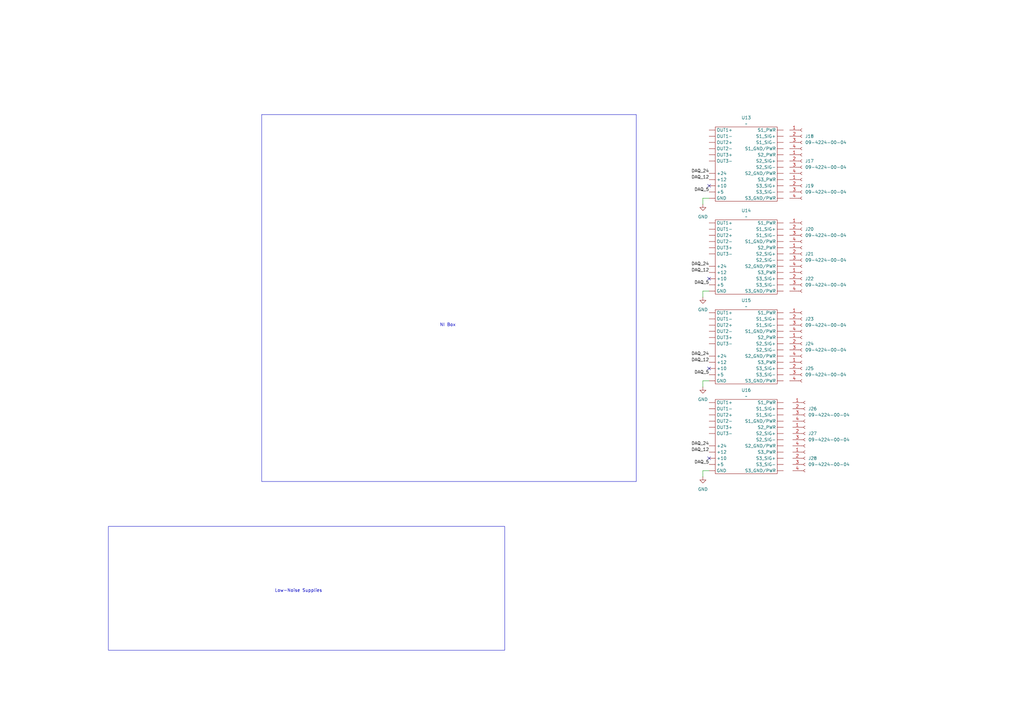
<source format=kicad_sch>
(kicad_sch (version 20231120) (generator "eeschema") (generator_version "8.0")
  (paper "A3")
  (lib_symbols
    (symbol "Connector:Conn_01x04_Socket" (pin_names (offset 1.016) hide)
      (property "Reference" "J" (at 0 5.08 0))
      (property "Value" "Conn_01x04_Socket" (at 0 -7.62 0))
      (symbol "Conn_01x04_Socket_1_1"
        (arc (start 0 -4.572) (mid -0.5058 -5.08) (end 0 -5.588) (stroke (width 0.1524)))
        (arc (start 0 -2.032) (mid -0.5058 -2.54) (end 0 -3.048) (stroke (width 0.1524)))
        (polyline (pts (xy -1.27 -5.08) (xy -0.508 -5.08)) (stroke (width 0.1524)))
        (polyline (pts (xy -1.27 -2.54) (xy -0.508 -2.54)) (stroke (width 0.1524)))
        (polyline (pts (xy -1.27 0) (xy -0.508 0)) (stroke (width 0.1524)))
        (polyline (pts (xy -1.27 2.54) (xy -0.508 2.54)) (stroke (width 0.1524)))
        (arc (start 0 0.508) (mid -0.5058 0) (end 0 -0.508) (stroke (width 0.1524)))
        (arc (start 0 3.048) (mid -0.5058 2.54) (end 0 2.032) (stroke (width 0.1524)))
        (pin passive line (at -5.08 2.54 0) (length 3.81) (name "Pin_1") (number "1"))
        (pin passive line (at -5.08 0 0) (length 3.81) (name "Pin_2") (number "2"))
        (pin passive line (at -5.08 -2.54 0) (length 3.81) (name "Pin_3") (number "3"))
        (pin passive line (at -5.08 -5.08 0) (length 3.81) (name "Pin_4") (number "4"))
      )
    )
    (symbol "automedon:patch_panel"
      (property "Reference" "U" (at 0 0 0))
      (symbol "patch_panel_0_1"
        (rectangle (start -12.7 -2.54) (end 12.7 -33.02))
      )
      (symbol "patch_panel_1_1"
        (pin power_out line (at -15.24 -26.67 0) (length 2.54) (name "+10") (number ""))
        (pin power_out line (at -15.24 -24.13 0) (length 2.54) (name "+12") (number ""))
        (pin power_out line (at -15.24 -21.59 0) (length 2.54) (name "+24") (number ""))
        (pin power_out line (at -15.24 -29.21 0) (length 2.54) (name "+5") (number ""))
        (pin power_out line (at -15.24 -31.75 0) (length 2.54) (name "GND") (number ""))
        (pin power_out line (at -15.24 -3.81 0) (length 2.54) (name "OUT1+") (number ""))
        (pin power_out line (at -15.24 -6.35 0) (length 2.54) (name "OUT1-") (number ""))
        (pin power_out line (at -15.24 -8.89 0) (length 2.54) (name "OUT2+") (number ""))
        (pin power_out line (at -15.24 -11.43 0) (length 2.54) (name "OUT2-") (number ""))
        (pin power_out line (at -15.24 -13.97 0) (length 2.54) (name "OUT3+") (number ""))
        (pin power_out line (at -15.24 -16.51 0) (length 2.54) (name "OUT3-") (number ""))
        (pin power_out line (at 15.24 -11.43 180) (length 2.54) (name "S1_GND/PWR") (number ""))
        (pin power_out line (at 15.24 -3.81 180) (length 2.54) (name "S1_PWR") (number ""))
        (pin power_out line (at 15.24 -6.35 180) (length 2.54) (name "S1_SIG+") (number ""))
        (pin power_out line (at 15.24 -8.89 180) (length 2.54) (name "S1_SIG-") (number ""))
        (pin power_out line (at 15.24 -21.59 180) (length 2.54) (name "S2_GND/PWR") (number ""))
        (pin power_out line (at 15.24 -13.97 180) (length 2.54) (name "S2_PWR") (number ""))
        (pin power_out line (at 15.24 -16.51 180) (length 2.54) (name "S2_SIG+") (number ""))
        (pin power_out line (at 15.24 -19.05 180) (length 2.54) (name "S2_SIG-") (number ""))
        (pin power_out line (at 15.24 -31.75 180) (length 2.54) (name "S3_GND/PWR") (number ""))
        (pin power_out line (at 15.24 -24.13 180) (length 2.54) (name "S3_PWR") (number ""))
        (pin power_out line (at 15.24 -26.67 180) (length 2.54) (name "S3_SIG+") (number ""))
        (pin power_out line (at 15.24 -29.21 180) (length 2.54) (name "S3_SIG-") (number ""))
      )
    )
    (symbol "power:GND" (power) (pin_numbers hide) (pin_names (offset 0) hide)
      (property "Value" "GND" (at 0 -3.81 0))
      (symbol "GND_0_1"
        (polyline (pts (xy 0 0) (xy 0 -1.27) (xy 1.27 -1.27) (xy 0 -2.54) (xy -1.27 -1.27) (xy 0 -1.27)))
      )
      (symbol "GND_1_1"
        (pin power_in line (at 0 0 270) (length 0) (name "~") (number "1"))
      )
    )
  )
  (no_connect (at 290.83 187.96))
  (no_connect (at 290.83 76.2))
  (no_connect (at 290.83 114.3))
  (no_connect (at 290.83 151.13))
  (wire (pts (xy 288.29 119.38) (xy 288.29 121.92)))
  (wire (pts (xy 290.83 193.04) (xy 288.29 193.04)))
  (wire (pts (xy 288.29 156.21) (xy 288.29 158.75)))
  (wire (pts (xy 288.29 81.28) (xy 288.29 83.82)))
  (wire (pts (xy 290.83 81.28) (xy 288.29 81.28)))
  (wire (pts (xy 288.29 193.04) (xy 288.29 195.58)))
  (wire (pts (xy 290.83 156.21) (xy 288.29 156.21)))
  (wire (pts (xy 290.83 119.38) (xy 288.29 119.38)))
  (rectangle (start 44.45 215.9) (end 207.01 266.7))
  (rectangle (start 107.315 46.99) (end 260.985 197.485))
  (text "Low-Noise Supplies" (at 122.428 242.316 0) (effects (font (size 1.27 1.27))))
  (text "NI Box" (at 183.642 133.35 0) (effects (font (size 1.27 1.27))))
  (label "DAQ_5" (at 290.83 78.74 180))
  (label "DAQ_24" (at 290.83 182.88 180))
  (label "DAQ_12" (at 290.83 73.66 180))
  (label "DAQ_24" (at 290.83 146.05 180))
  (label "DAQ_12" (at 290.83 111.76 180))
  (label "DAQ_5" (at 290.83 190.5 180))
  (label "DAQ_12" (at 290.83 148.59 180))
  (label "DAQ_24" (at 290.83 71.12 180))
  (label "DAQ_5" (at 290.83 116.84 180))
  (label "DAQ_12" (at 290.83 185.42 180))
  (label "DAQ_24" (at 290.83 109.22 180))
  (label "DAQ_5" (at 290.83 153.67 180))
  (symbol (lib_id "power:GND") (at 288.29 158.75 0) (unit 1)
    (property "Reference" "#PWR023" (effects (hide yes)))
    (property "Value" "GND" (at 288.29 163.83 0))
    (property "Description" "Power symbol creates a global label with name \"GND\" , ground" (effects (hide yes)))
  )
  (symbol (lib_id "Connector:Conn_01x04_Socket") (at 330.2 177.8 0) (unit 1)
    (property "Reference" "J27" (at 331.47 177.7999 0) (effects (justify left)))
    (property "Value" "09-4224-00-04" (at 331.47 180.3399 0) (effects (justify left)))
    (property "Description" "Generic connector, single row, 01x04, script generated" (effects (hide yes)))
  )
  (symbol (lib_id "Connector:Conn_01x04_Socket") (at 328.93 114.3 0) (unit 1)
    (property "Reference" "J22" (at 330.2 114.2999 0) (effects (justify left)))
    (property "Value" "09-4224-00-04" (at 330.2 116.8399 0) (effects (justify left)))
    (property "Description" "Generic connector, single row, 01x04, script generated" (effects (hide yes)))
  )
  (symbol (lib_id "Connector:Conn_01x04_Socket") (at 330.2 167.64 0) (unit 1)
    (property "Reference" "J26" (at 331.47 167.6399 0) (effects (justify left)))
    (property "Value" "09-4224-00-04" (at 331.47 170.1799 0) (effects (justify left)))
    (property "Description" "Generic connector, single row, 01x04, script generated" (effects (hide yes)))
  )
  (symbol (lib_id "power:GND") (at 288.29 83.82 0) (unit 1)
    (property "Reference" "#PWR021" (effects (hide yes)))
    (property "Value" "GND" (at 288.29 88.9 0))
    (property "Description" "Power symbol creates a global label with name \"GND\" , ground" (effects (hide yes)))
  )
  (symbol (lib_id "Connector:Conn_01x04_Socket") (at 328.93 66.04 0) (unit 1)
    (property "Reference" "J17" (at 330.2 66.0399 0) (effects (justify left)))
    (property "Value" "09-4224-00-04" (at 330.2 68.5799 0) (effects (justify left)))
    (property "Description" "Generic connector, single row, 01x04, script generated" (effects (hide yes)))
  )
  (symbol (lib_name "automedon:patch_panel") (lib_id "automedon:patch_panel") (at 306.07 161.29 0) (unit 1)
    (property "Reference" "U16" (at 306.07 160.02 0))
    (property "Value" "~" (at 306.07 162.56 0))
  )
  (symbol (lib_id "power:GND") (at 288.29 195.58 0) (unit 1)
    (property "Reference" "#PWR024" (effects (hide yes)))
    (property "Value" "GND" (at 288.29 200.66 0))
    (property "Description" "Power symbol creates a global label with name \"GND\" , ground" (effects (hide yes)))
  )
  (symbol (lib_id "Connector:Conn_01x04_Socket") (at 330.2 187.96 0) (unit 1)
    (property "Reference" "J28" (at 331.47 187.9599 0) (effects (justify left)))
    (property "Value" "09-4224-00-04" (at 331.47 190.4999 0) (effects (justify left)))
    (property "Description" "Generic connector, single row, 01x04, script generated" (effects (hide yes)))
  )
  (symbol (lib_id "power:GND") (at 288.29 121.92 0) (unit 1)
    (property "Reference" "#PWR022" (effects (hide yes)))
    (property "Value" "GND" (at 288.29 127 0))
    (property "Description" "Power symbol creates a global label with name \"GND\" , ground" (effects (hide yes)))
  )
  (symbol (lib_id "Connector:Conn_01x04_Socket") (at 328.93 130.81 0) (unit 1)
    (property "Reference" "J23" (at 330.2 130.8099 0) (effects (justify left)))
    (property "Value" "09-4224-00-04" (at 330.2 133.3499 0) (effects (justify left)))
    (property "Description" "Generic connector, single row, 01x04, script generated" (effects (hide yes)))
  )
  (symbol (lib_name "automedon:patch_panel") (lib_id "automedon:patch_panel") (at 306.07 49.53 0) (unit 1)
    (property "Reference" "U13" (at 306.07 48.26 0))
    (property "Value" "~" (at 306.07 50.8 0))
  )
  (symbol (lib_name "automedon:patch_panel") (lib_id "automedon:patch_panel") (at 306.07 87.63 0) (unit 1)
    (property "Reference" "U14" (at 306.07 86.36 0))
    (property "Value" "~" (at 306.07 88.9 0))
  )
  (symbol (lib_id "Connector:Conn_01x04_Socket") (at 328.93 93.98 0) (unit 1)
    (property "Reference" "J20" (at 330.2 93.9799 0) (effects (justify left)))
    (property "Value" "09-4224-00-04" (at 330.2 96.5199 0) (effects (justify left)))
    (property "Description" "Generic connector, single row, 01x04, script generated" (effects (hide yes)))
  )
  (symbol (lib_id "Connector:Conn_01x04_Socket") (at 328.93 151.13 0) (unit 1)
    (property "Reference" "J25" (at 330.2 151.1299 0) (effects (justify left)))
    (property "Value" "09-4224-00-04" (at 330.2 153.6699 0) (effects (justify left)))
    (property "Description" "Generic connector, single row, 01x04, script generated" (effects (hide yes)))
  )
  (symbol (lib_name "automedon:patch_panel") (lib_id "automedon:patch_panel") (at 306.07 124.46 0) (unit 1)
    (property "Reference" "U15" (at 306.07 123.19 0))
    (property "Value" "~" (at 306.07 125.73 0))
  )
  (symbol (lib_id "Connector:Conn_01x04_Socket") (at 328.93 140.97 0) (unit 1)
    (property "Reference" "J24" (at 330.2 140.9699 0) (effects (justify left)))
    (property "Value" "09-4224-00-04" (at 330.2 143.5099 0) (effects (justify left)))
    (property "Description" "Generic connector, single row, 01x04, script generated" (effects (hide yes)))
  )
  (symbol (lib_id "Connector:Conn_01x04_Socket") (at 328.93 76.2 0) (unit 1)
    (property "Reference" "J19" (at 330.2 76.1999 0) (effects (justify left)))
    (property "Value" "09-4224-00-04" (at 330.2 78.7399 0) (effects (justify left)))
    (property "Description" "Generic connector, single row, 01x04, script generated" (effects (hide yes)))
  )
  (symbol (lib_id "Connector:Conn_01x04_Socket") (at 328.93 55.88 0) (unit 1)
    (property "Reference" "J18" (at 330.2 55.8799 0) (effects (justify left)))
    (property "Value" "09-4224-00-04" (at 330.2 58.4199 0) (effects (justify left)))
    (property "Description" "Generic connector, single row, 01x04, script generated" (effects (hide yes)))
  )
  (symbol (lib_id "Connector:Conn_01x04_Socket") (at 328.93 104.14 0) (unit 1)
    (property "Reference" "J21" (at 330.2 104.1399 0) (effects (justify left)))
    (property "Value" "09-4224-00-04" (at 330.2 106.6799 0) (effects (justify left)))
    (property "Description" "Generic connector, single row, 01x04, script generated" (effects (hide yes)))
  )
)
</source>
